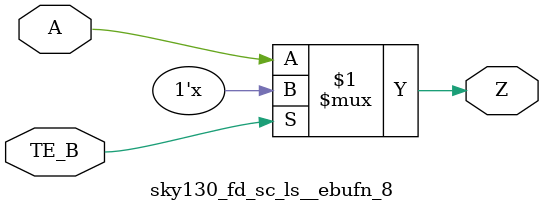
<source format=v>
/*
 * Copyright 2020 The SkyWater PDK Authors
 *
 * Licensed under the Apache License, Version 2.0 (the "License");
 * you may not use this file except in compliance with the License.
 * You may obtain a copy of the License at
 *
 *     https://www.apache.org/licenses/LICENSE-2.0
 *
 * Unless required by applicable law or agreed to in writing, software
 * distributed under the License is distributed on an "AS IS" BASIS,
 * WITHOUT WARRANTIES OR CONDITIONS OF ANY KIND, either express or implied.
 * See the License for the specific language governing permissions and
 * limitations under the License.
 *
 * SPDX-License-Identifier: Apache-2.0
*/


`ifndef SKY130_FD_SC_LS__EBUFN_8_FUNCTIONAL_V
`define SKY130_FD_SC_LS__EBUFN_8_FUNCTIONAL_V

/**
 * ebufn: Tri-state buffer, negative enable.
 *
 * Verilog simulation functional model.
 */

`timescale 1ns / 1ps
`default_nettype none

`celldefine
module sky130_fd_sc_ls__ebufn_8 (
    Z   ,
    A   ,
    TE_B
);

    // Module ports
    output Z   ;
    input  A   ;
    input  TE_B;

    //     Name     Output  Other arguments
    bufif0 bufif00 (Z     , A, TE_B        );

endmodule
`endcelldefine

`default_nettype wire
`endif  // SKY130_FD_SC_LS__EBUFN_8_FUNCTIONAL_V

</source>
